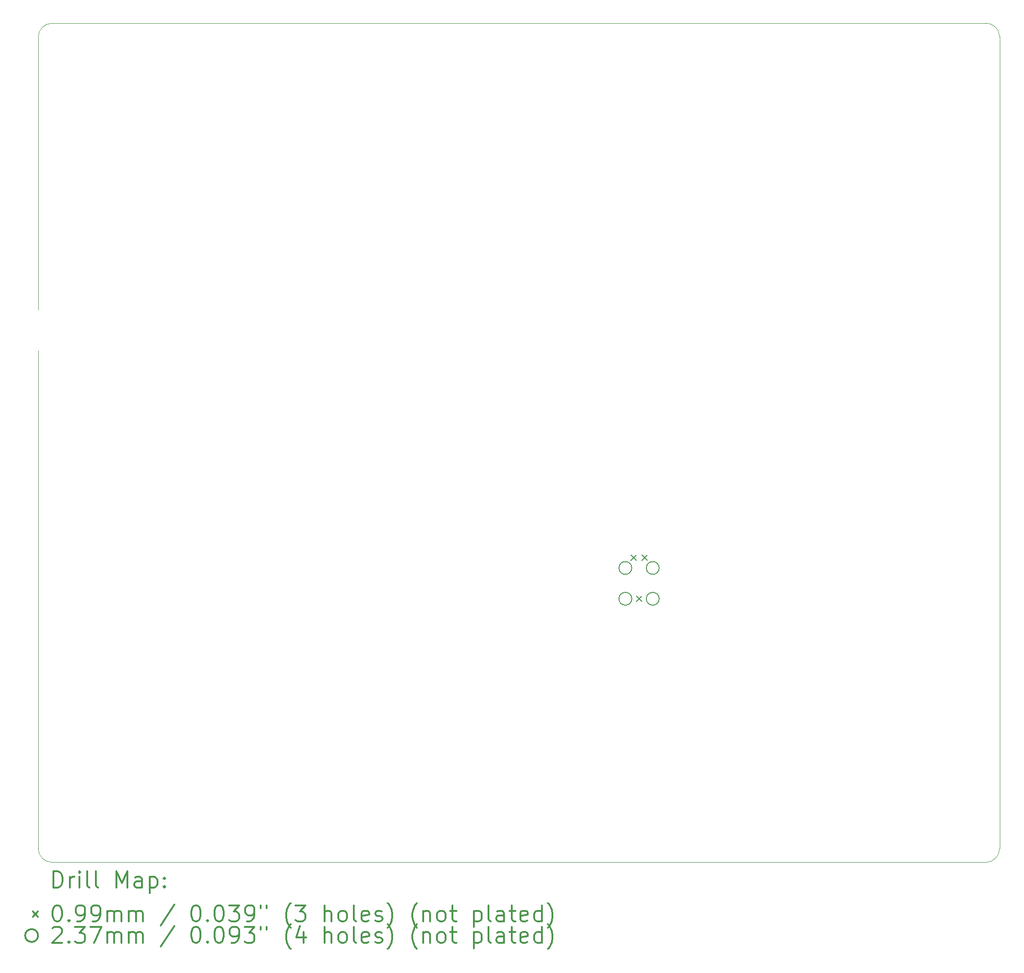
<source format=gbr>
%FSLAX45Y45*%
G04 Gerber Fmt 4.5, Leading zero omitted, Abs format (unit mm)*
G04 Created by KiCad (PCBNEW (5.1.9)-1) date 2021-06-08 08:10:25*
%MOMM*%
%LPD*%
G01*
G04 APERTURE LIST*
%TA.AperFunction,Profile*%
%ADD10C,0.038100*%
%TD*%
%TA.AperFunction,Profile*%
%ADD11C,0.050000*%
%TD*%
%ADD12C,0.200000*%
%ADD13C,0.300000*%
G04 APERTURE END LIST*
D10*
X5991860Y-19474180D02*
G75*
G03*
X6245860Y-19728180I254000J0D01*
G01*
X23563580Y-19728180D02*
G75*
G03*
X23820120Y-19471640I0J256540D01*
G01*
X23820079Y-4409320D02*
G75*
G03*
X23563580Y-4160520I-253959J-5200D01*
G01*
X6248520Y-4163074D02*
G75*
G03*
X5991860Y-4417060I-2660J-253986D01*
G01*
D11*
X5991860Y-10232390D02*
X5991860Y-19474180D01*
D10*
X5991860Y-10232390D02*
X5991640Y-10230200D01*
D11*
X5991640Y-9480200D02*
X5991860Y-4417060D01*
X23563580Y-19728180D02*
X6245860Y-19728180D01*
X23820079Y-4409320D02*
X23820133Y-19471640D01*
X6248520Y-4163074D02*
X23563580Y-4160520D01*
D12*
X16982540Y-14027150D02*
X17081600Y-14126210D01*
X17081600Y-14027150D02*
X16982540Y-14126210D01*
X17084040Y-14789150D02*
X17183100Y-14888210D01*
X17183100Y-14789150D02*
X17084040Y-14888210D01*
X17185540Y-14027150D02*
X17284600Y-14126210D01*
X17284600Y-14027150D02*
X17185540Y-14126210D01*
X16998315Y-14267180D02*
G75*
G03*
X16998315Y-14267180I-118745J0D01*
G01*
X16998315Y-14838680D02*
G75*
G03*
X16998315Y-14838680I-118745J0D01*
G01*
X17506315Y-14267180D02*
G75*
G03*
X17506315Y-14267180I-118745J0D01*
G01*
X17506315Y-14838680D02*
G75*
G03*
X17506315Y-14838680I-118745J0D01*
G01*
D13*
X6273068Y-20196394D02*
X6273068Y-19896394D01*
X6344497Y-19896394D01*
X6387354Y-19910680D01*
X6415926Y-19939252D01*
X6430211Y-19967823D01*
X6444497Y-20024966D01*
X6444497Y-20067823D01*
X6430211Y-20124966D01*
X6415926Y-20153537D01*
X6387354Y-20182109D01*
X6344497Y-20196394D01*
X6273068Y-20196394D01*
X6573068Y-20196394D02*
X6573068Y-19996394D01*
X6573068Y-20053537D02*
X6587354Y-20024966D01*
X6601640Y-20010680D01*
X6630211Y-19996394D01*
X6658783Y-19996394D01*
X6758783Y-20196394D02*
X6758783Y-19996394D01*
X6758783Y-19896394D02*
X6744497Y-19910680D01*
X6758783Y-19924966D01*
X6773068Y-19910680D01*
X6758783Y-19896394D01*
X6758783Y-19924966D01*
X6944497Y-20196394D02*
X6915926Y-20182109D01*
X6901640Y-20153537D01*
X6901640Y-19896394D01*
X7101640Y-20196394D02*
X7073068Y-20182109D01*
X7058783Y-20153537D01*
X7058783Y-19896394D01*
X7444497Y-20196394D02*
X7444497Y-19896394D01*
X7544497Y-20110680D01*
X7644497Y-19896394D01*
X7644497Y-20196394D01*
X7915926Y-20196394D02*
X7915926Y-20039252D01*
X7901640Y-20010680D01*
X7873068Y-19996394D01*
X7815926Y-19996394D01*
X7787354Y-20010680D01*
X7915926Y-20182109D02*
X7887354Y-20196394D01*
X7815926Y-20196394D01*
X7787354Y-20182109D01*
X7773068Y-20153537D01*
X7773068Y-20124966D01*
X7787354Y-20096394D01*
X7815926Y-20082109D01*
X7887354Y-20082109D01*
X7915926Y-20067823D01*
X8058783Y-19996394D02*
X8058783Y-20296394D01*
X8058783Y-20010680D02*
X8087354Y-19996394D01*
X8144497Y-19996394D01*
X8173068Y-20010680D01*
X8187354Y-20024966D01*
X8201640Y-20053537D01*
X8201640Y-20139252D01*
X8187354Y-20167823D01*
X8173068Y-20182109D01*
X8144497Y-20196394D01*
X8087354Y-20196394D01*
X8058783Y-20182109D01*
X8330211Y-20167823D02*
X8344497Y-20182109D01*
X8330211Y-20196394D01*
X8315926Y-20182109D01*
X8330211Y-20167823D01*
X8330211Y-20196394D01*
X8330211Y-20010680D02*
X8344497Y-20024966D01*
X8330211Y-20039252D01*
X8315926Y-20024966D01*
X8330211Y-20010680D01*
X8330211Y-20039252D01*
X5887580Y-20641150D02*
X5986640Y-20740210D01*
X5986640Y-20641150D02*
X5887580Y-20740210D01*
X6330211Y-20526394D02*
X6358783Y-20526394D01*
X6387354Y-20540680D01*
X6401640Y-20554966D01*
X6415926Y-20583537D01*
X6430211Y-20640680D01*
X6430211Y-20712109D01*
X6415926Y-20769252D01*
X6401640Y-20797823D01*
X6387354Y-20812109D01*
X6358783Y-20826394D01*
X6330211Y-20826394D01*
X6301640Y-20812109D01*
X6287354Y-20797823D01*
X6273068Y-20769252D01*
X6258783Y-20712109D01*
X6258783Y-20640680D01*
X6273068Y-20583537D01*
X6287354Y-20554966D01*
X6301640Y-20540680D01*
X6330211Y-20526394D01*
X6558783Y-20797823D02*
X6573068Y-20812109D01*
X6558783Y-20826394D01*
X6544497Y-20812109D01*
X6558783Y-20797823D01*
X6558783Y-20826394D01*
X6715926Y-20826394D02*
X6773068Y-20826394D01*
X6801640Y-20812109D01*
X6815926Y-20797823D01*
X6844497Y-20754966D01*
X6858783Y-20697823D01*
X6858783Y-20583537D01*
X6844497Y-20554966D01*
X6830211Y-20540680D01*
X6801640Y-20526394D01*
X6744497Y-20526394D01*
X6715926Y-20540680D01*
X6701640Y-20554966D01*
X6687354Y-20583537D01*
X6687354Y-20654966D01*
X6701640Y-20683537D01*
X6715926Y-20697823D01*
X6744497Y-20712109D01*
X6801640Y-20712109D01*
X6830211Y-20697823D01*
X6844497Y-20683537D01*
X6858783Y-20654966D01*
X7001640Y-20826394D02*
X7058783Y-20826394D01*
X7087354Y-20812109D01*
X7101640Y-20797823D01*
X7130211Y-20754966D01*
X7144497Y-20697823D01*
X7144497Y-20583537D01*
X7130211Y-20554966D01*
X7115926Y-20540680D01*
X7087354Y-20526394D01*
X7030211Y-20526394D01*
X7001640Y-20540680D01*
X6987354Y-20554966D01*
X6973068Y-20583537D01*
X6973068Y-20654966D01*
X6987354Y-20683537D01*
X7001640Y-20697823D01*
X7030211Y-20712109D01*
X7087354Y-20712109D01*
X7115926Y-20697823D01*
X7130211Y-20683537D01*
X7144497Y-20654966D01*
X7273068Y-20826394D02*
X7273068Y-20626394D01*
X7273068Y-20654966D02*
X7287354Y-20640680D01*
X7315926Y-20626394D01*
X7358783Y-20626394D01*
X7387354Y-20640680D01*
X7401640Y-20669252D01*
X7401640Y-20826394D01*
X7401640Y-20669252D02*
X7415926Y-20640680D01*
X7444497Y-20626394D01*
X7487354Y-20626394D01*
X7515926Y-20640680D01*
X7530211Y-20669252D01*
X7530211Y-20826394D01*
X7673068Y-20826394D02*
X7673068Y-20626394D01*
X7673068Y-20654966D02*
X7687354Y-20640680D01*
X7715926Y-20626394D01*
X7758783Y-20626394D01*
X7787354Y-20640680D01*
X7801640Y-20669252D01*
X7801640Y-20826394D01*
X7801640Y-20669252D02*
X7815926Y-20640680D01*
X7844497Y-20626394D01*
X7887354Y-20626394D01*
X7915926Y-20640680D01*
X7930211Y-20669252D01*
X7930211Y-20826394D01*
X8515926Y-20512109D02*
X8258783Y-20897823D01*
X8901640Y-20526394D02*
X8930211Y-20526394D01*
X8958783Y-20540680D01*
X8973068Y-20554966D01*
X8987354Y-20583537D01*
X9001640Y-20640680D01*
X9001640Y-20712109D01*
X8987354Y-20769252D01*
X8973068Y-20797823D01*
X8958783Y-20812109D01*
X8930211Y-20826394D01*
X8901640Y-20826394D01*
X8873068Y-20812109D01*
X8858783Y-20797823D01*
X8844497Y-20769252D01*
X8830211Y-20712109D01*
X8830211Y-20640680D01*
X8844497Y-20583537D01*
X8858783Y-20554966D01*
X8873068Y-20540680D01*
X8901640Y-20526394D01*
X9130211Y-20797823D02*
X9144497Y-20812109D01*
X9130211Y-20826394D01*
X9115926Y-20812109D01*
X9130211Y-20797823D01*
X9130211Y-20826394D01*
X9330211Y-20526394D02*
X9358783Y-20526394D01*
X9387354Y-20540680D01*
X9401640Y-20554966D01*
X9415926Y-20583537D01*
X9430211Y-20640680D01*
X9430211Y-20712109D01*
X9415926Y-20769252D01*
X9401640Y-20797823D01*
X9387354Y-20812109D01*
X9358783Y-20826394D01*
X9330211Y-20826394D01*
X9301640Y-20812109D01*
X9287354Y-20797823D01*
X9273068Y-20769252D01*
X9258783Y-20712109D01*
X9258783Y-20640680D01*
X9273068Y-20583537D01*
X9287354Y-20554966D01*
X9301640Y-20540680D01*
X9330211Y-20526394D01*
X9530211Y-20526394D02*
X9715926Y-20526394D01*
X9615926Y-20640680D01*
X9658783Y-20640680D01*
X9687354Y-20654966D01*
X9701640Y-20669252D01*
X9715926Y-20697823D01*
X9715926Y-20769252D01*
X9701640Y-20797823D01*
X9687354Y-20812109D01*
X9658783Y-20826394D01*
X9573068Y-20826394D01*
X9544497Y-20812109D01*
X9530211Y-20797823D01*
X9858783Y-20826394D02*
X9915926Y-20826394D01*
X9944497Y-20812109D01*
X9958783Y-20797823D01*
X9987354Y-20754966D01*
X10001640Y-20697823D01*
X10001640Y-20583537D01*
X9987354Y-20554966D01*
X9973068Y-20540680D01*
X9944497Y-20526394D01*
X9887354Y-20526394D01*
X9858783Y-20540680D01*
X9844497Y-20554966D01*
X9830211Y-20583537D01*
X9830211Y-20654966D01*
X9844497Y-20683537D01*
X9858783Y-20697823D01*
X9887354Y-20712109D01*
X9944497Y-20712109D01*
X9973068Y-20697823D01*
X9987354Y-20683537D01*
X10001640Y-20654966D01*
X10115926Y-20526394D02*
X10115926Y-20583537D01*
X10230211Y-20526394D02*
X10230211Y-20583537D01*
X10673068Y-20940680D02*
X10658783Y-20926394D01*
X10630211Y-20883537D01*
X10615926Y-20854966D01*
X10601640Y-20812109D01*
X10587354Y-20740680D01*
X10587354Y-20683537D01*
X10601640Y-20612109D01*
X10615926Y-20569252D01*
X10630211Y-20540680D01*
X10658783Y-20497823D01*
X10673068Y-20483537D01*
X10758783Y-20526394D02*
X10944497Y-20526394D01*
X10844497Y-20640680D01*
X10887354Y-20640680D01*
X10915926Y-20654966D01*
X10930211Y-20669252D01*
X10944497Y-20697823D01*
X10944497Y-20769252D01*
X10930211Y-20797823D01*
X10915926Y-20812109D01*
X10887354Y-20826394D01*
X10801640Y-20826394D01*
X10773068Y-20812109D01*
X10758783Y-20797823D01*
X11301640Y-20826394D02*
X11301640Y-20526394D01*
X11430211Y-20826394D02*
X11430211Y-20669252D01*
X11415926Y-20640680D01*
X11387354Y-20626394D01*
X11344497Y-20626394D01*
X11315926Y-20640680D01*
X11301640Y-20654966D01*
X11615926Y-20826394D02*
X11587354Y-20812109D01*
X11573068Y-20797823D01*
X11558783Y-20769252D01*
X11558783Y-20683537D01*
X11573068Y-20654966D01*
X11587354Y-20640680D01*
X11615926Y-20626394D01*
X11658783Y-20626394D01*
X11687354Y-20640680D01*
X11701640Y-20654966D01*
X11715926Y-20683537D01*
X11715926Y-20769252D01*
X11701640Y-20797823D01*
X11687354Y-20812109D01*
X11658783Y-20826394D01*
X11615926Y-20826394D01*
X11887354Y-20826394D02*
X11858783Y-20812109D01*
X11844497Y-20783537D01*
X11844497Y-20526394D01*
X12115926Y-20812109D02*
X12087354Y-20826394D01*
X12030211Y-20826394D01*
X12001640Y-20812109D01*
X11987354Y-20783537D01*
X11987354Y-20669252D01*
X12001640Y-20640680D01*
X12030211Y-20626394D01*
X12087354Y-20626394D01*
X12115926Y-20640680D01*
X12130211Y-20669252D01*
X12130211Y-20697823D01*
X11987354Y-20726394D01*
X12244497Y-20812109D02*
X12273068Y-20826394D01*
X12330211Y-20826394D01*
X12358783Y-20812109D01*
X12373068Y-20783537D01*
X12373068Y-20769252D01*
X12358783Y-20740680D01*
X12330211Y-20726394D01*
X12287354Y-20726394D01*
X12258783Y-20712109D01*
X12244497Y-20683537D01*
X12244497Y-20669252D01*
X12258783Y-20640680D01*
X12287354Y-20626394D01*
X12330211Y-20626394D01*
X12358783Y-20640680D01*
X12473068Y-20940680D02*
X12487354Y-20926394D01*
X12515926Y-20883537D01*
X12530211Y-20854966D01*
X12544497Y-20812109D01*
X12558783Y-20740680D01*
X12558783Y-20683537D01*
X12544497Y-20612109D01*
X12530211Y-20569252D01*
X12515926Y-20540680D01*
X12487354Y-20497823D01*
X12473068Y-20483537D01*
X13015926Y-20940680D02*
X13001640Y-20926394D01*
X12973068Y-20883537D01*
X12958783Y-20854966D01*
X12944497Y-20812109D01*
X12930211Y-20740680D01*
X12930211Y-20683537D01*
X12944497Y-20612109D01*
X12958783Y-20569252D01*
X12973068Y-20540680D01*
X13001640Y-20497823D01*
X13015926Y-20483537D01*
X13130211Y-20626394D02*
X13130211Y-20826394D01*
X13130211Y-20654966D02*
X13144497Y-20640680D01*
X13173068Y-20626394D01*
X13215926Y-20626394D01*
X13244497Y-20640680D01*
X13258783Y-20669252D01*
X13258783Y-20826394D01*
X13444497Y-20826394D02*
X13415926Y-20812109D01*
X13401640Y-20797823D01*
X13387354Y-20769252D01*
X13387354Y-20683537D01*
X13401640Y-20654966D01*
X13415926Y-20640680D01*
X13444497Y-20626394D01*
X13487354Y-20626394D01*
X13515926Y-20640680D01*
X13530211Y-20654966D01*
X13544497Y-20683537D01*
X13544497Y-20769252D01*
X13530211Y-20797823D01*
X13515926Y-20812109D01*
X13487354Y-20826394D01*
X13444497Y-20826394D01*
X13630211Y-20626394D02*
X13744497Y-20626394D01*
X13673068Y-20526394D02*
X13673068Y-20783537D01*
X13687354Y-20812109D01*
X13715926Y-20826394D01*
X13744497Y-20826394D01*
X14073068Y-20626394D02*
X14073068Y-20926394D01*
X14073068Y-20640680D02*
X14101640Y-20626394D01*
X14158783Y-20626394D01*
X14187354Y-20640680D01*
X14201640Y-20654966D01*
X14215926Y-20683537D01*
X14215926Y-20769252D01*
X14201640Y-20797823D01*
X14187354Y-20812109D01*
X14158783Y-20826394D01*
X14101640Y-20826394D01*
X14073068Y-20812109D01*
X14387354Y-20826394D02*
X14358783Y-20812109D01*
X14344497Y-20783537D01*
X14344497Y-20526394D01*
X14630211Y-20826394D02*
X14630211Y-20669252D01*
X14615926Y-20640680D01*
X14587354Y-20626394D01*
X14530211Y-20626394D01*
X14501640Y-20640680D01*
X14630211Y-20812109D02*
X14601640Y-20826394D01*
X14530211Y-20826394D01*
X14501640Y-20812109D01*
X14487354Y-20783537D01*
X14487354Y-20754966D01*
X14501640Y-20726394D01*
X14530211Y-20712109D01*
X14601640Y-20712109D01*
X14630211Y-20697823D01*
X14730211Y-20626394D02*
X14844497Y-20626394D01*
X14773068Y-20526394D02*
X14773068Y-20783537D01*
X14787354Y-20812109D01*
X14815926Y-20826394D01*
X14844497Y-20826394D01*
X15058783Y-20812109D02*
X15030211Y-20826394D01*
X14973068Y-20826394D01*
X14944497Y-20812109D01*
X14930211Y-20783537D01*
X14930211Y-20669252D01*
X14944497Y-20640680D01*
X14973068Y-20626394D01*
X15030211Y-20626394D01*
X15058783Y-20640680D01*
X15073068Y-20669252D01*
X15073068Y-20697823D01*
X14930211Y-20726394D01*
X15330211Y-20826394D02*
X15330211Y-20526394D01*
X15330211Y-20812109D02*
X15301640Y-20826394D01*
X15244497Y-20826394D01*
X15215926Y-20812109D01*
X15201640Y-20797823D01*
X15187354Y-20769252D01*
X15187354Y-20683537D01*
X15201640Y-20654966D01*
X15215926Y-20640680D01*
X15244497Y-20626394D01*
X15301640Y-20626394D01*
X15330211Y-20640680D01*
X15444497Y-20940680D02*
X15458783Y-20926394D01*
X15487354Y-20883537D01*
X15501640Y-20854966D01*
X15515926Y-20812109D01*
X15530211Y-20740680D01*
X15530211Y-20683537D01*
X15515926Y-20612109D01*
X15501640Y-20569252D01*
X15487354Y-20540680D01*
X15458783Y-20497823D01*
X15444497Y-20483537D01*
X5986640Y-21086680D02*
G75*
G03*
X5986640Y-21086680I-118745J0D01*
G01*
X6258783Y-20950966D02*
X6273068Y-20936680D01*
X6301640Y-20922394D01*
X6373068Y-20922394D01*
X6401640Y-20936680D01*
X6415926Y-20950966D01*
X6430211Y-20979537D01*
X6430211Y-21008109D01*
X6415926Y-21050966D01*
X6244497Y-21222394D01*
X6430211Y-21222394D01*
X6558783Y-21193823D02*
X6573068Y-21208109D01*
X6558783Y-21222394D01*
X6544497Y-21208109D01*
X6558783Y-21193823D01*
X6558783Y-21222394D01*
X6673068Y-20922394D02*
X6858783Y-20922394D01*
X6758783Y-21036680D01*
X6801640Y-21036680D01*
X6830211Y-21050966D01*
X6844497Y-21065252D01*
X6858783Y-21093823D01*
X6858783Y-21165252D01*
X6844497Y-21193823D01*
X6830211Y-21208109D01*
X6801640Y-21222394D01*
X6715926Y-21222394D01*
X6687354Y-21208109D01*
X6673068Y-21193823D01*
X6958783Y-20922394D02*
X7158783Y-20922394D01*
X7030211Y-21222394D01*
X7273068Y-21222394D02*
X7273068Y-21022394D01*
X7273068Y-21050966D02*
X7287354Y-21036680D01*
X7315926Y-21022394D01*
X7358783Y-21022394D01*
X7387354Y-21036680D01*
X7401640Y-21065252D01*
X7401640Y-21222394D01*
X7401640Y-21065252D02*
X7415926Y-21036680D01*
X7444497Y-21022394D01*
X7487354Y-21022394D01*
X7515926Y-21036680D01*
X7530211Y-21065252D01*
X7530211Y-21222394D01*
X7673068Y-21222394D02*
X7673068Y-21022394D01*
X7673068Y-21050966D02*
X7687354Y-21036680D01*
X7715926Y-21022394D01*
X7758783Y-21022394D01*
X7787354Y-21036680D01*
X7801640Y-21065252D01*
X7801640Y-21222394D01*
X7801640Y-21065252D02*
X7815926Y-21036680D01*
X7844497Y-21022394D01*
X7887354Y-21022394D01*
X7915926Y-21036680D01*
X7930211Y-21065252D01*
X7930211Y-21222394D01*
X8515926Y-20908109D02*
X8258783Y-21293823D01*
X8901640Y-20922394D02*
X8930211Y-20922394D01*
X8958783Y-20936680D01*
X8973068Y-20950966D01*
X8987354Y-20979537D01*
X9001640Y-21036680D01*
X9001640Y-21108109D01*
X8987354Y-21165252D01*
X8973068Y-21193823D01*
X8958783Y-21208109D01*
X8930211Y-21222394D01*
X8901640Y-21222394D01*
X8873068Y-21208109D01*
X8858783Y-21193823D01*
X8844497Y-21165252D01*
X8830211Y-21108109D01*
X8830211Y-21036680D01*
X8844497Y-20979537D01*
X8858783Y-20950966D01*
X8873068Y-20936680D01*
X8901640Y-20922394D01*
X9130211Y-21193823D02*
X9144497Y-21208109D01*
X9130211Y-21222394D01*
X9115926Y-21208109D01*
X9130211Y-21193823D01*
X9130211Y-21222394D01*
X9330211Y-20922394D02*
X9358783Y-20922394D01*
X9387354Y-20936680D01*
X9401640Y-20950966D01*
X9415926Y-20979537D01*
X9430211Y-21036680D01*
X9430211Y-21108109D01*
X9415926Y-21165252D01*
X9401640Y-21193823D01*
X9387354Y-21208109D01*
X9358783Y-21222394D01*
X9330211Y-21222394D01*
X9301640Y-21208109D01*
X9287354Y-21193823D01*
X9273068Y-21165252D01*
X9258783Y-21108109D01*
X9258783Y-21036680D01*
X9273068Y-20979537D01*
X9287354Y-20950966D01*
X9301640Y-20936680D01*
X9330211Y-20922394D01*
X9573068Y-21222394D02*
X9630211Y-21222394D01*
X9658783Y-21208109D01*
X9673068Y-21193823D01*
X9701640Y-21150966D01*
X9715926Y-21093823D01*
X9715926Y-20979537D01*
X9701640Y-20950966D01*
X9687354Y-20936680D01*
X9658783Y-20922394D01*
X9601640Y-20922394D01*
X9573068Y-20936680D01*
X9558783Y-20950966D01*
X9544497Y-20979537D01*
X9544497Y-21050966D01*
X9558783Y-21079537D01*
X9573068Y-21093823D01*
X9601640Y-21108109D01*
X9658783Y-21108109D01*
X9687354Y-21093823D01*
X9701640Y-21079537D01*
X9715926Y-21050966D01*
X9815926Y-20922394D02*
X10001640Y-20922394D01*
X9901640Y-21036680D01*
X9944497Y-21036680D01*
X9973068Y-21050966D01*
X9987354Y-21065252D01*
X10001640Y-21093823D01*
X10001640Y-21165252D01*
X9987354Y-21193823D01*
X9973068Y-21208109D01*
X9944497Y-21222394D01*
X9858783Y-21222394D01*
X9830211Y-21208109D01*
X9815926Y-21193823D01*
X10115926Y-20922394D02*
X10115926Y-20979537D01*
X10230211Y-20922394D02*
X10230211Y-20979537D01*
X10673068Y-21336680D02*
X10658783Y-21322394D01*
X10630211Y-21279537D01*
X10615926Y-21250966D01*
X10601640Y-21208109D01*
X10587354Y-21136680D01*
X10587354Y-21079537D01*
X10601640Y-21008109D01*
X10615926Y-20965252D01*
X10630211Y-20936680D01*
X10658783Y-20893823D01*
X10673068Y-20879537D01*
X10915926Y-21022394D02*
X10915926Y-21222394D01*
X10844497Y-20908109D02*
X10773068Y-21122394D01*
X10958783Y-21122394D01*
X11301640Y-21222394D02*
X11301640Y-20922394D01*
X11430211Y-21222394D02*
X11430211Y-21065252D01*
X11415926Y-21036680D01*
X11387354Y-21022394D01*
X11344497Y-21022394D01*
X11315926Y-21036680D01*
X11301640Y-21050966D01*
X11615926Y-21222394D02*
X11587354Y-21208109D01*
X11573068Y-21193823D01*
X11558783Y-21165252D01*
X11558783Y-21079537D01*
X11573068Y-21050966D01*
X11587354Y-21036680D01*
X11615926Y-21022394D01*
X11658783Y-21022394D01*
X11687354Y-21036680D01*
X11701640Y-21050966D01*
X11715926Y-21079537D01*
X11715926Y-21165252D01*
X11701640Y-21193823D01*
X11687354Y-21208109D01*
X11658783Y-21222394D01*
X11615926Y-21222394D01*
X11887354Y-21222394D02*
X11858783Y-21208109D01*
X11844497Y-21179537D01*
X11844497Y-20922394D01*
X12115926Y-21208109D02*
X12087354Y-21222394D01*
X12030211Y-21222394D01*
X12001640Y-21208109D01*
X11987354Y-21179537D01*
X11987354Y-21065252D01*
X12001640Y-21036680D01*
X12030211Y-21022394D01*
X12087354Y-21022394D01*
X12115926Y-21036680D01*
X12130211Y-21065252D01*
X12130211Y-21093823D01*
X11987354Y-21122394D01*
X12244497Y-21208109D02*
X12273068Y-21222394D01*
X12330211Y-21222394D01*
X12358783Y-21208109D01*
X12373068Y-21179537D01*
X12373068Y-21165252D01*
X12358783Y-21136680D01*
X12330211Y-21122394D01*
X12287354Y-21122394D01*
X12258783Y-21108109D01*
X12244497Y-21079537D01*
X12244497Y-21065252D01*
X12258783Y-21036680D01*
X12287354Y-21022394D01*
X12330211Y-21022394D01*
X12358783Y-21036680D01*
X12473068Y-21336680D02*
X12487354Y-21322394D01*
X12515926Y-21279537D01*
X12530211Y-21250966D01*
X12544497Y-21208109D01*
X12558783Y-21136680D01*
X12558783Y-21079537D01*
X12544497Y-21008109D01*
X12530211Y-20965252D01*
X12515926Y-20936680D01*
X12487354Y-20893823D01*
X12473068Y-20879537D01*
X13015926Y-21336680D02*
X13001640Y-21322394D01*
X12973068Y-21279537D01*
X12958783Y-21250966D01*
X12944497Y-21208109D01*
X12930211Y-21136680D01*
X12930211Y-21079537D01*
X12944497Y-21008109D01*
X12958783Y-20965252D01*
X12973068Y-20936680D01*
X13001640Y-20893823D01*
X13015926Y-20879537D01*
X13130211Y-21022394D02*
X13130211Y-21222394D01*
X13130211Y-21050966D02*
X13144497Y-21036680D01*
X13173068Y-21022394D01*
X13215926Y-21022394D01*
X13244497Y-21036680D01*
X13258783Y-21065252D01*
X13258783Y-21222394D01*
X13444497Y-21222394D02*
X13415926Y-21208109D01*
X13401640Y-21193823D01*
X13387354Y-21165252D01*
X13387354Y-21079537D01*
X13401640Y-21050966D01*
X13415926Y-21036680D01*
X13444497Y-21022394D01*
X13487354Y-21022394D01*
X13515926Y-21036680D01*
X13530211Y-21050966D01*
X13544497Y-21079537D01*
X13544497Y-21165252D01*
X13530211Y-21193823D01*
X13515926Y-21208109D01*
X13487354Y-21222394D01*
X13444497Y-21222394D01*
X13630211Y-21022394D02*
X13744497Y-21022394D01*
X13673068Y-20922394D02*
X13673068Y-21179537D01*
X13687354Y-21208109D01*
X13715926Y-21222394D01*
X13744497Y-21222394D01*
X14073068Y-21022394D02*
X14073068Y-21322394D01*
X14073068Y-21036680D02*
X14101640Y-21022394D01*
X14158783Y-21022394D01*
X14187354Y-21036680D01*
X14201640Y-21050966D01*
X14215926Y-21079537D01*
X14215926Y-21165252D01*
X14201640Y-21193823D01*
X14187354Y-21208109D01*
X14158783Y-21222394D01*
X14101640Y-21222394D01*
X14073068Y-21208109D01*
X14387354Y-21222394D02*
X14358783Y-21208109D01*
X14344497Y-21179537D01*
X14344497Y-20922394D01*
X14630211Y-21222394D02*
X14630211Y-21065252D01*
X14615926Y-21036680D01*
X14587354Y-21022394D01*
X14530211Y-21022394D01*
X14501640Y-21036680D01*
X14630211Y-21208109D02*
X14601640Y-21222394D01*
X14530211Y-21222394D01*
X14501640Y-21208109D01*
X14487354Y-21179537D01*
X14487354Y-21150966D01*
X14501640Y-21122394D01*
X14530211Y-21108109D01*
X14601640Y-21108109D01*
X14630211Y-21093823D01*
X14730211Y-21022394D02*
X14844497Y-21022394D01*
X14773068Y-20922394D02*
X14773068Y-21179537D01*
X14787354Y-21208109D01*
X14815926Y-21222394D01*
X14844497Y-21222394D01*
X15058783Y-21208109D02*
X15030211Y-21222394D01*
X14973068Y-21222394D01*
X14944497Y-21208109D01*
X14930211Y-21179537D01*
X14930211Y-21065252D01*
X14944497Y-21036680D01*
X14973068Y-21022394D01*
X15030211Y-21022394D01*
X15058783Y-21036680D01*
X15073068Y-21065252D01*
X15073068Y-21093823D01*
X14930211Y-21122394D01*
X15330211Y-21222394D02*
X15330211Y-20922394D01*
X15330211Y-21208109D02*
X15301640Y-21222394D01*
X15244497Y-21222394D01*
X15215926Y-21208109D01*
X15201640Y-21193823D01*
X15187354Y-21165252D01*
X15187354Y-21079537D01*
X15201640Y-21050966D01*
X15215926Y-21036680D01*
X15244497Y-21022394D01*
X15301640Y-21022394D01*
X15330211Y-21036680D01*
X15444497Y-21336680D02*
X15458783Y-21322394D01*
X15487354Y-21279537D01*
X15501640Y-21250966D01*
X15515926Y-21208109D01*
X15530211Y-21136680D01*
X15530211Y-21079537D01*
X15515926Y-21008109D01*
X15501640Y-20965252D01*
X15487354Y-20936680D01*
X15458783Y-20893823D01*
X15444497Y-20879537D01*
M02*

</source>
